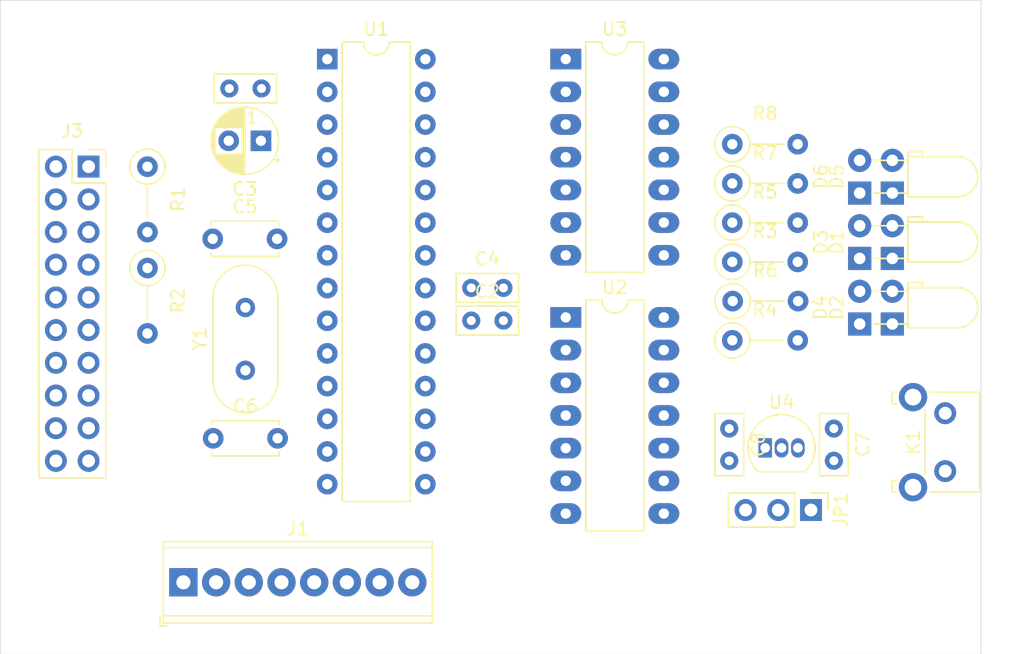
<source format=kicad_pcb>
(kicad_pcb (version 20240108) (generator "pcbnew") (generator_version "8.0")
  (layers (0 "F.Cu" signal) (31 "B.Cu" signal) (34 "B.Paste" user) (35 "F.Paste" user) (36 "B.SilkS" user "B.Silkscreen") (37 "F.SilkS" user "F.Silkscreen") (38 "B.Mask" user) (39 "F.Mask" user) (44 "Edge.Cuts" user))
  (net 0 "")
  (net 1 "/DGND")
  (net 2 "/DVCC")
  (net 3 "/AGND")
  (net 4 "/AVCC")
  (net 5 "Net-(U1-AREF)")
  (net 6 "Net-(U1-XTAL1{slash}PB6)")
  (net 7 "Net-(U1-XTAL2{slash}PB7)")
  (net 8 "Net-(D1-K)")
  (net 9 "Net-(D1-A)")
  (net 10 "Net-(D2-K)")
  (net 11 "Net-(D2-A)")
  (net 12 "Net-(D3-A)")
  (net 13 "Net-(D3-K)")
  (net 14 "Net-(D4-A)")
  (net 15 "Net-(D4-K)")
  (net 16 "Net-(D5-A)")
  (net 17 "Net-(D5-K)")
  (net 18 "Net-(D6-A)")
  (net 19 "Net-(D6-K)")
  (net 20 "/LVCC")
  (net 21 "/GPIO15")
  (net 22 "/GPIO16")
  (net 23 "/GPIO17")
  (net 24 "/GPIO5")
  (net 25 "/GPIO4")
  (net 26 "/GPIO7")
  (net 27 "/GPIO14")
  (net 28 "/GPIO6")
  (net 29 "/~{RESET}")
  (net 30 "/MISO")
  (net 31 "/MOSI")
  (net 32 "/SCK")
  (net 33 "/SDA")
  (net 34 "/RXDI")
  (net 35 "/~{SINT}")
  (net 36 "/~{IINT}")
  (net 37 "/TXDO")
  (net 38 "/~{SS}")
  (net 39 "/~{DCD}")
  (net 40 "/SCL")
  (net 44 "/~{RTS}")
  (net 45 "Net-(JP1-B)")
  (footprint "Resistor_THT:R_Axial_DIN0207_L6.3mm_D2.5mm_P5.08mm_Vertical" (layer "F.Cu") (at 123.43 57.917)
    (property "Reference" "R3" (at 2.54 -2.37 0) (layer "F.SilkS"))
    (property "Value" "*1")
    (pad "1" thru_hole circle (at 0 0) (size 1.6 1.6) (drill 0.8) (layers "*.Cu" "*.Mask") (net 20 "/LVCC"))
    (pad "2" thru_hole oval (at 5.08 0) (size 1.6 1.6) (drill 0.8) (layers "*.Cu" "*.Mask") (net 9 "Net-(D1-A)"))
  )
  (footprint "LED_THT:LED_D3.0mm_Horizontal_O1.27mm_Z2.0mm" (layer "F.Cu") (at 135.864001 57.649959 90)
    (property "Reference" "D1" (at 1.27 -4.318 90) (layer "F.SilkS"))
    (property "Value" "*2")
    (pad "1" thru_hole rect (at 0 0 90) (size 1.8 1.8) (drill 0.9) (layers "*.Cu" "*.Mask") (net 8 "Net-(D1-K)"))
    (pad "2" thru_hole circle (at 2.54 0 90) (size 1.8 1.8) (drill 0.9) (layers "*.Cu" "*.Mask") (net 9 "Net-(D1-A)"))
  )
  (footprint "LED_THT:LED_D3.0mm_Horizontal_O1.27mm_Z2.0mm" (layer "F.Cu") (at 135.864001 52.569959 90)
    (property "Reference" "D5" (at 1.27 -4.318 90) (layer "F.SilkS"))
    (property "Value" "*2")
    (pad "1" thru_hole rect (at 0 0 90) (size 1.8 1.8) (drill 0.9) (layers "*.Cu" "*.Mask") (net 17 "Net-(D5-K)"))
    (pad "2" thru_hole circle (at 2.54 0 90) (size 1.8 1.8) (drill 0.9) (layers "*.Cu" "*.Mask") (net 16 "Net-(D5-A)"))
  )
  (footprint "TerminalBlock_Phoenix:TerminalBlock_Phoenix_MPT-0,5-8-2.54_1x08_P2.54mm_Horizontal" (layer "F.Cu") (at 80.787 82.809)
    (property "Reference" "J1" (at 8.89 -4.16 0) (layer "F.SilkS"))
    (property "Value" "GPIO")
    (pad "1" thru_hole rect (at 0 0) (size 2.2 2.2) (drill 1.1) (layers "*.Cu" "*.Mask") (net 27 "/GPIO14"))
    (pad "2" thru_hole circle (at 2.54 0) (size 2.2 2.2) (drill 1.1) (layers "*.Cu" "*.Mask") (net 21 "/GPIO15"))
    (pad "3" thru_hole circle (at 5.08 0) (size 2.2 2.2) (drill 1.1) (layers "*.Cu" "*.Mask") (net 22 "/GPIO16"))
    (pad "4" thru_hole circle (at 7.62 0) (size 2.2 2.2) (drill 1.1) (layers "*.Cu" "*.Mask") (net 23 "/GPIO17"))
    (pad "5" thru_hole circle (at 10.16 0) (size 2.2 2.2) (drill 1.1) (layers "*.Cu" "*.Mask") (net 25 "/GPIO4"))
    (pad "6" thru_hole circle (at 12.7 0) (size 2.2 2.2) (drill 1.1) (layers "*.Cu" "*.Mask") (net 24 "/GPIO5"))
    (pad "7" thru_hole circle (at 15.24 0) (size 2.2 2.2) (drill 1.1) (layers "*.Cu" "*.Mask") (net 28 "/GPIO6"))
    (pad "8" thru_hole circle (at 17.78 0) (size 2.2 2.2) (drill 1.1) (layers "*.Cu" "*.Mask") (net 26 "/GPIO7"))
  )
  (footprint "Resistor_THT:R_Axial_DIN0207_L6.3mm_D2.5mm_P5.08mm_Vertical" (layer "F.Cu") (at 123.43 48.773)
    (property "Reference" "R8" (at 2.54 -2.37 0) (layer "F.SilkS"))
    (property "Value" "*1")
    (pad "1" thru_hole circle (at 0 0) (size 1.6 1.6) (drill 0.8) (layers "*.Cu" "*.Mask") (net 20 "/LVCC"))
    (pad "2" thru_hole oval (at 5.08 0) (size 1.6 1.6) (drill 0.8) (layers "*.Cu" "*.Mask") (net 18 "Net-(D6-A)"))
  )
  (footprint "MountingHole:MountingHole_3.2mm_M3_ISO7380" (layer "F.Cu") (at 72.151 43.185)
    (property "Reference" "H1" (hide yes))
    (property "Value" "UI")
    (pad "" np_thru_hole circle (at 0 0) (size 3.2 3.2) (drill 3.2) (layers "*.Cu" "*.Mask"))
  )
  (footprint "MountingHole:MountingHole_3.2mm_M3_ISO7380" (layer "F.Cu") (at 137.175 43.185)
    (property "Reference" "H3" (hide yes))
    (property "Value" "BUS")
    (pad "" np_thru_hole circle (at 0 0) (size 3.2 3.2) (drill 3.2) (layers "*.Cu" "*.Mask"))
  )
  (footprint "Capacitor_THT:C_Rect_L4.6mm_W2.0mm_P2.50mm_MKS02_FKP02" (layer "F.Cu") (at 131.318 70.866 -90)
    (property "Reference" "C7" (at 1.25 -2.25 90) (layer "F.SilkS"))
    (property "Value" "330nF")
    (pad "1" thru_hole circle (at 0 0 270) (size 1.4 1.4) (drill 0.7) (layers "*.Cu" "*.Mask") (net 2 "/DVCC"))
    (pad "2" thru_hole circle (at 2.5 0 270) (size 1.4 1.4) (drill 0.7) (layers "*.Cu" "*.Mask") (net 1 "/DGND"))
  )
  (footprint "Resistor_THT:R_Axial_DIN0207_L6.3mm_D2.5mm_P5.08mm_Vertical" (layer "F.Cu") (at 77.993 50.522 -90)
    (property "Reference" "R1" (at 2.54 -2.37 90) (layer "F.SilkS"))
    (property "Value" "1K")
    (pad "1" thru_hole circle (at 0 0 270) (size 1.6 1.6) (drill 0.8) (layers "*.Cu" "*.Mask") (net 2 "/DVCC"))
    (pad "2" thru_hole oval (at 5.08 0 270) (size 1.6 1.6) (drill 0.8) (layers "*.Cu" "*.Mask") (net 33 "/SDA"))
  )
  (footprint "LED_THT:LED_D3.0mm_Horizontal_O3.81mm_Z6.0mm" (layer "F.Cu") (at 133.324001 57.649959 90)
    (property "Reference" "D3" (at 1.27 -3.007 90) (layer "F.SilkS"))
    (property "Value" "*2")
    (pad "1" thru_hole rect (at 0 0 90) (size 1.8 1.8) (drill 0.9) (layers "*.Cu" "*.Mask") (net 13 "Net-(D3-K)"))
    (pad "2" thru_hole circle (at 2.54 0 90) (size 1.8 1.8) (drill 0.9) (layers "*.Cu" "*.Mask") (net 12 "Net-(D3-A)"))
  )
  (footprint "MountingHole:MountingHole_3.2mm_M3_ISO7380" (layer "F.Cu") (at 72.151 82.809)
    (property "Reference" "H2" (hide yes))
    (property "Value" "UI")
    (pad "" np_thru_hole circle (at 0 0) (size 3.2 3.2) (drill 3.2) (layers "*.Cu" "*.Mask"))
  )
  (footprint "Resistor_THT:R_Axial_DIN0207_L6.3mm_D2.5mm_P5.08mm_Vertical" (layer "F.Cu") (at 77.993 58.396 -90)
    (property "Reference" "R2" (at 2.54 -2.37 90) (layer "F.SilkS"))
    (property "Value" "1K")
    (pad "1" thru_hole circle (at 0 0 270) (size 1.6 1.6) (drill 0.8) (layers "*.Cu" "*.Mask") (net 2 "/DVCC"))
    (pad "2" thru_hole oval (at 5.08 0 270) (size 1.6 1.6) (drill 0.8) (layers "*.Cu" "*.Mask") (net 40 "/SCL"))
  )
  (footprint "Package_TO_SOT_THT:TO-92_Inline" (layer "F.Cu") (at 125.984 72.37)
    (property "Reference" "U4" (at 1.27 -3.56 0) (layer "F.SilkS"))
    (property "Value" "L78L33_TO92")
    (pad "1" thru_hole rect (at 0 0) (size 1.05 1.5) (drill 0.75) (layers "*.Cu" "*.Mask") (net 45 "Net-(JP1-B)"))
    (pad "2" thru_hole oval (at 1.27 0) (size 1.05 1.5) (drill 0.75) (layers "*.Cu" "*.Mask") (net 1 "/DGND"))
    (pad "3" thru_hole oval (at 2.54 0) (size 1.05 1.5) (drill 0.75) (layers "*.Cu" "*.Mask") (net 2 "/DVCC"))
  )
  (footprint "Package_DIP:DIP-14_W7.62mm_LongPads" (layer "F.Cu") (at 110.49 62.23)
    (property "Reference" "U2" (at 3.81 -2.33 360) (layer "F.SilkS"))
    (property "Value" "74LS06")
    (pad "1" thru_hole rect (at 0 0) (size 2.4 1.6) (drill 0.8) (layers "*.Cu" "*.Mask") (net 32 "/SCK"))
    (pad "2" thru_hole oval (at 0 2.54) (size 2.4 1.6) (drill 0.8) (layers "*.Cu" "*.Mask") (net 8 "Net-(D1-K)"))
    (pad "3" thru_hole oval (at 0 5.08) (size 2.4 1.6) (drill 0.8) (layers "*.Cu" "*.Mask") (net 40 "/SCL"))
    (pad "4" thru_hole oval (at 0 7.62) (size 2.4 1.6) (drill 0.8) (layers "*.Cu" "*.Mask") (net 10 "Net-(D2-K)"))
    (pad "5" thru_hole oval (at 0 10.16) (size 2.4 1.6) (drill 0.8) (layers "*.Cu" "*.Mask"))
    (pad "6" thru_hole oval (at 0 12.7) (size 2.4 1.6) (drill 0.8) (layers "*.Cu" "*.Mask"))
    (pad "7" thru_hole oval (at 0 15.24) (size 2.4 1.6) (drill 0.8) (layers "*.Cu" "*.Mask") (net 1 "/DGND"))
    (pad "8" thru_hole oval (at 7.62 15.24) (size 2.4 1.6) (drill 0.8) (layers "*.Cu" "*.Mask"))
    (pad "9" thru_hole oval (at 7.62 12.7) (size 2.4 1.6) (drill 0.8) (layers "*.Cu" "*.Mask"))
    (pad "10" thru_hole oval (at 7.62 10.16) (size 2.4 1.6) (drill 0.8) (layers "*.Cu" "*.Mask"))
    (pad "11" thru_hole oval (at 7.62 7.62) (size 2.4 1.6) (drill 0.8) (layers "*.Cu" "*.Mask"))
    (pad "12" thru_hole oval (at 7.62 5.08) (size 2.4 1.6) (drill 0.8) (layers "*.Cu" "*.Mask"))
    (pad "13" thru_hole oval (at 7.62 2.54) (size 2.4 1.6) (drill 0.8) (layers "*.Cu" "*.Mask"))
    (pad "14" thru_hole oval (at 7.62 0) (size 2.4 1.6) (drill 0.8) (layers "*.Cu" "*.Mask") (net 2 "/DVCC"))
  )
  (footprint "Capacitor_THT:C_Rect_L4.6mm_W2.0mm_P2.50mm_MKS02_FKP02" (layer "F.Cu") (at 103.149 62.479)
    (property "Reference" "C2" (at 1.25 -2.25 0) (layer "F.SilkS"))
    (property "Value" "0.1uF")
    (pad "1" thru_hole circle (at 0 0) (size 1.4 1.4) (drill 0.7) (layers "*.Cu" "*.Mask") (net 4 "/AVCC"))
    (pad "2" thru_hole circle (at 2.5 0) (size 1.4 1.4) (drill 0.7) (layers "*.Cu" "*.Mask") (net 3 "/AGND"))
  )
  (footprint "Connector_PinHeader_2.54mm:PinHeader_1x03_P2.54mm_Vertical" (layer "F.Cu") (at 129.54 77.196 -90)
    (property "Reference" "JP1" (at 0 -2.33 90) (layer "F.SilkS"))
    (property "Value" "LED_VCC")
    (pad "1" thru_hole rect (at 0 0 270) (size 1.7 1.7) (drill 1) (layers "*.Cu" "*.Mask") (net 2 "/DVCC"))
    (pad "2" thru_hole oval (at 0 2.54 270) (size 1.7 1.7) (drill 1) (layers "*.Cu" "*.Mask") (net 20 "/LVCC"))
    (pad "3" thru_hole oval (at 0 5.08 270) (size 1.7 1.7) (drill 1) (layers "*.Cu" "*.Mask") (net 45 "Net-(JP1-B)"))
  )
  (footprint "Package_DIP:DIP-14_W7.62mm_LongPads" (layer "F.Cu") (at 110.49 42.164)
    (property "Reference" "U3" (at 3.81 -2.33 360) (layer "F.SilkS"))
    (property "Value" "74LS07")
    (pad "1" thru_hole rect (at 0 0) (size 2.4 1.6) (drill 0.8) (layers "*.Cu" "*.Mask") (net 35 "/~{SINT}"))
    (pad "2" thru_hole oval (at 0 2.54) (size 2.4 1.6) (drill 0.8) (layers "*.Cu" "*.Mask") (net 13 "Net-(D3-K)"))
    (pad "3" thru_hole oval (at 0 5.08) (size 2.4 1.6) (drill 0.8) (layers "*.Cu" "*.Mask") (net 36 "/~{IINT}"))
    (pad "4" thru_hole oval (at 0 7.62) (size 2.4 1.6) (drill 0.8) (layers "*.Cu" "*.Mask") (net 15 "Net-(D4-K)"))
    (pad "5" thru_hole oval (at 0 10.16) (size 2.4 1.6) (drill 0.8) (layers "*.Cu" "*.Mask") (net 44 "/~{RTS}"))
    (pad "6" thru_hole oval (at 0 12.7) (size 2.4 1.6) (drill 0.8) (layers "*.Cu" "*.Mask") (net 17 "Net-(D5-K)"))
    (pad "7" thru_hole oval (at 0 15.24) (size 2.4 1.6) (drill 0.8) (layers "*.Cu" "*.Mask") (net 1 "/DGND"))
    (pad "8" thru_hole oval (at 7.62 15.24) (size 2.4 1.6) (drill 0.8) (layers "*.Cu" "*.Mask") (net 19 "Net-(D6-K)"))
    (pad "9" thru_hole oval (at 7.62 12.7) (size 2.4 1.6) (drill 0.8) (layers "*.Cu" "*.Mask") (net 39 "/~{DCD}"))
    (pad "10" thru_hole oval (at 7.62 10.16) (size 2.4 1.6) (drill 0.8) (layers "*.Cu" "*.Mask"))
    (pad "11" thru_hole oval (at 7.62 7.62) (size 2.4 1.6) (drill 0.8) (layers "*.Cu" "*.Mask"))
    (pad "12" thru_hole oval (at 7.62 5.08) (size 2.4 1.6) (drill 0.8) (layers "*.Cu" "*.Mask"))
    (pad "13" thru_hole oval (at 7.62 2.54) (size 2.4 1.6) (drill 0.8) (layers "*.Cu" "*.Mask"))
    (pad "14" thru_hole oval (at 7.62 0) (size 2.4 1.6) (drill 0.8) (layers "*.Cu" "*.Mask") (net 2 "/DVCC"))
  )
  (footprint "LED_THT:LED_D3.0mm_Horizontal_O3.81mm_Z6.0mm" (layer "F.Cu") (at 133.324 62.743 90)
    (property "Reference" "D4" (at 1.283041 -3.047999 90) (layer "F.SilkS"))
    (property "Value" "*2")
    (pad "1" thru_hole rect (at 0 0 90) (size 1.8 1.8) (drill 0.9) (layers "*.Cu" "*.Mask") (net 15 "Net-(D4-K)"))
    (pad "2" thru_hole circle (at 2.54 0 90) (size 1.8 1.8) (drill 0.9) (layers "*.Cu" "*.Mask") (net 14 "Net-(D4-A)"))
  )
  (footprint "Capacitor_THT:C_Rect_L4.6mm_W2.0mm_P2.50mm_MKS02_FKP02" (layer "F.Cu") (at 86.853 44.445 180)
    (property "Reference" "C1" (at 1.25 -2.25 360) (layer "F.SilkS"))
    (property "Value" "0.1uF")
    (pad "1" thru_hole circle (at 0 0 180) (size 1.4 1.4) (drill 0.7) (layers "*.Cu" "*.Mask") (net 2 "/DVCC"))
    (pad "2" thru_hole circle (at 2.5 0 180) (size 1.4 1.4) (drill 0.7) (layers "*.Cu" "*.Mask") (net 1 "/DGND"))
  )
  (footprint "LED_THT:LED_D3.0mm_Horizontal_O1.27mm_Z2.0mm" (layer "F.Cu") (at 135.864 62.743 90)
    (property "Reference" "D2" (at 1.27 -4.317999 90) (layer "F.SilkS"))
    (property "Value" "*2")
    (pad "1" thru_hole rect (at 0 0 90) (size 1.8 1.8) (drill 0.9) (layers "*.Cu" "*.Mask") (net 10 "Net-(D2-K)"))
    (pad "2" thru_hole circle (at 2.54 0 90) (size 1.8 1.8) (drill 0.9) (layers "*.Cu" "*.Mask") (net 11 "Net-(D2-A)"))
  )
  (footprint "Connector_PinSocket_2.54mm:PinSocket_2x10_P2.54mm_Vertical" (layer "F.Cu") (at 73.421 50.517)
    (property "Reference" "J3" (at -1.27 -2.77 0) (layer "F.SilkS"))
    (property "Value" "BUS")
    (pad "1" thru_hole rect (at 0 0) (size 1.7 1.7) (drill 1) (layers "*.Cu" "*.Mask") (net 4 "/AVCC"))
    (pad "2" thru_hole oval (at -2.54 0) (size 1.7 1.7) (drill 1) (layers "*.Cu" "*.Mask") (net 3 "/AGND"))
    (pad "3" thru_hole oval (at 0 2.54) (size 1.7 1.7) (drill 1) (layers "*.Cu" "*.Mask") (net 2 "/DVCC"))
    (pad "4" thru_hole oval (at -2.54 2.54) (size 1.7 1.7) (drill 1) (layers "*.Cu" "*.Mask") (net 1 "/DGND"))
    (pad "5" thru_hole oval (at 0 5.08) (size 1.7 1.7) (drill 1) (layers "*.Cu" "*.Mask") (net 29 "/~{RESET}"))
    (pad "6" thru_hole oval (at -2.54 5.08) (size 1.7 1.7) (drill 1) (layers "*.Cu" "*.Mask"))
    (pad "7" thru_hole oval (at 0 7.62) (size 1.7 1.7) (drill 1) (layers "*.Cu" "*.Mask") (net 31 "/MOSI"))
    (pad "8" thru_hole oval (at -2.54 7.62) (size 1.7 1.7) (drill 1) (layers "*.Cu" "*.Mask") (net 30 "/MISO"))
    (pad "9" thru_hole oval (at 0 10.16) (size 1.7 1.7) (drill 1) (layers "*.Cu" "*.Mask") (net 32 "/SCK"))
    (pad "10" thru_hole oval (at -2.54 10.16) (size 1.7 1.7) (drill 1) (layers "*.Cu" "*.Mask") (net 38 "/~{SS}"))
    (pad "11" thru_hole oval (at 0 12.7) (size 1.7 1.7) (drill 1) (layers "*.Cu" "*.Mask") (net 35 "/~{SINT}"))
    (pad "12" thru_hole oval (at -2.54 12.7) (size 1.7 1.7) (drill 1) (layers "*.Cu" "*.Mask"))
    (pad "13" thru_hole oval (at 0 15.24) (size 1.7 1.7) (drill 1) (layers "*.Cu" "*.Mask") (net 33 "/SDA"))
    (pad "14" thru_hole oval (at -2.54 15.24) (size 1.7 1.7) (drill 1) (layers "*.Cu" "*.Mask") (net 40 "/SCL"))
    (pad "15" thru_hole oval (at 0 17.78) (size 1.7 1.7) (drill 1) (layers "*.Cu" "*.Mask") (net 36 "/~{IINT}"))
    (pad "16" thru_hole oval (at -2.54 17.78) (size 1.7 1.7) (drill 1) (layers "*.Cu" "*.Mask"))
    (pad "17" thru_hole oval (at 0 20.32) (size 1.7 1.7) (drill 1) (layers "*.Cu" "*.Mask") (net 34 "/RXDI"))
    (pad "18" thru_hole oval (at -2.54 20.32) (size 1.7 1.7) (drill 1) (layers "*.Cu" "*.Mask") (net 37 "/TXDO"))
    (pad "19" thru_hole oval (at 0 22.86) (size 1.7 1.7) (drill 1) (layers "*.Cu" "*.Mask") (net 44 "/~{RTS}"))
    (pad "20" thru_hole oval (at -2.54 22.86) (size 1.7 1.7) (drill 1) (layers "*.Cu" "*.Mask") (net 39 "/~{DCD}"))
  )
  (footprint "Resistor_THT:R_Axial_DIN0207_L6.3mm_D2.5mm_P5.08mm_Vertical" (layer "F.Cu") (at 123.43 51.821)
    (property "Reference" "R7" (at 2.54 -2.37 0) (layer "F.SilkS"))
    (property "Value" "*1")
    (pad "1" thru_hole circle (at 0 0) (size 1.6 1.6) (drill 0.8) (layers "*.Cu" "*.Mask") (net 20 "/LVCC"))
    (pad "2" thru_hole oval (at 5.08 0) (size 1.6 1.6) (drill 0.8) (layers "*.Cu" "*.Mask") (net 16 "Net-(D5-A)"))
  )
  (footprint "Resistor_THT:R_Axial_DIN0207_L6.3mm_D2.5mm_P5.08mm_Vertical" (layer "F.Cu") (at 123.43 64.013)
    (property "Reference" "R4" (at 2.54 -2.37 0) (layer "F.SilkS"))
    (property "Value" "*1")
    (pad "1" thru_hole circle (at 0 0) (size 1.6 1.6) (drill 0.8) (layers "*.Cu" "*.Mask") (net 20 "/LVCC"))
    (pad "2" thru_hole oval (at 5.08 0) (size 1.6 1.6) (drill 0.8) (layers "*.Cu" "*.Mask") (net 11 "Net-(D2-A)"))
  )
  (footprint "Crystal:Crystal_HC49-4H_Vertical" (layer "F.Cu") (at 85.603 66.343 90)
    (property "Reference" "Y1" (at 2.44 -3.525 90) (layer "F.SilkS"))
    (property "Value" "7.3728 MHz")
    (pad "1" thru_hole circle (at 0 0 90) (size 1.5 1.5) (drill 0.8) (layers "*.Cu" "*.Mask") (net 7 "Net-(U1-XTAL2{slash}PB7)"))
    (pad "2" thru_hole circle (at 4.88 0 90) (size 1.5 1.5) (drill 0.8) (layers "*.Cu" "*.Mask") (net 6 "Net-(U1-XTAL1{slash}PB6)"))
  )
  (footprint "LED_THT:LED_D3.0mm_Horizontal_O3.81mm_Z6.0mm" (layer "F.Cu") (at 133.324001 52.569959 90)
    (property "Reference" "D6" (at 1.27 -3.006999 90) (layer "F.SilkS"))
    (property "Value" "*2")
    (pad "1" thru_hole rect (at 0 0 90) (size 1.8 1.8) (drill 0.9) (layers "*.Cu" "*.Mask") (net 19 "Net-(D6-K)"))
    (pad "2" thru_hole circle (at 2.54 0 90) (size 1.8 1.8) (drill 0.9) (layers "*.Cu" "*.Mask") (net 18 "Net-(D6-A)"))
  )
  (footprint "Capacitor_THT:C_Disc_D5.0mm_W2.5mm_P5.00mm" (layer "F.Cu") (at 83.103 71.623)
    (property "Reference" "C6" (at 2.5 -2.5 0) (layer "F.SilkS"))
    (property "Value" "20pF")
    (pad "1" thru_hole circle (at 0 0) (size 1.6 1.6) (drill 0.8) (layers "*.Cu" "*.Mask") (net 7 "Net-(U1-XTAL2{slash}PB7)"))
    (pad "2" thru_hole circle (at 5 0) (size 1.6 1.6) (drill 0.8) (layers "*.Cu" "*.Mask") (net 1 "/DGND"))
  )
  (footprint "Capacitor_THT:CP_Radial_D5.0mm_P2.50mm" (layer "F.Cu") (at 86.808112 48.509 180)
    (property "Reference" "C3" (at 1.25 -3.75 360) (layer "F.SilkS"))
    (property "Value" "4.7uF")
    (pad "1" thru_hole rect (at 0 0 180) (size 1.6 1.6) (drill 0.8) (layers "*.Cu" "*.Mask") (net 2 "/DVCC"))
    (pad "2" thru_hole circle (at 2.5 0 180) (size 1.6 1.6) (drill 0.8) (layers "*.Cu" "*.Mask") (net 1 "/DGND"))
  )
  (footprint "Resistor_THT:R_Axial_DIN0207_L6.3mm_D2.5mm_P5.08mm_Vertical" (layer "F.Cu") (at 123.43 54.869)
    (property "Reference" "R5" (at 2.54 -2.37 0) (layer "F.SilkS"))
    (property "Value" "*1")
    (pad "1" thru_hole circle (at 0 0) (size 1.6 1.6) (drill 0.8) (layers "*.Cu" "*.Mask") (net 20 "/LVCC"))
    (pad "2" thru_hole oval (at 5.08 0) (size 1.6 1.6) (drill 0.8) (layers "*.Cu" "*.Mask") (net 12 "Net-(D3-A)"))
  )
  (footprint "Resistor_THT:R_Axial_DIN0207_L6.3mm_D2.5mm_P5.08mm_Vertical" (layer "F.Cu") (at 123.459 60.965)
    (property "Reference" "R6" (at 2.54 -2.37 0) (layer "F.SilkS"))
    (property "Value" "*1")
    (pad "1" thru_hole circle (at 0 0) (size 1.6 1.6) (drill 0.8) (layers "*.Cu" "*.Mask") (net 20 "/LVCC"))
    (pad "2" thru_hole oval (at 5.08 0) (size 1.6 1.6) (drill 0.8) (layers "*.Cu" "*.Mask") (net 14 "Net-(D4-A)"))
  )
  (footprint "Capacitor_THT:C_Rect_L4.6mm_W2.0mm_P2.50mm_MKS02_FKP02" (layer "F.Cu") (at 103.149 59.939)
    (property "Reference" "C4" (at 1.25 -2.25 0) (layer "F.SilkS"))
    (property "Value" "0.1uF")
    (pad "1" thru_hole circle (at 0 0) (size 1.4 1.4) (drill 0.7) (layers "*.Cu" "*.Mask") (net 5 "Net-(U1-AREF)"))
    (pad "2" thru_hole circle (at 2.5 0) (size 1.4 1.4) (drill 0.7) (layers "*.Cu" "*.Mask") (net 3 "/AGND"))
  )
  (footprint "Button_Switch_THT:SW_Tactile_SKHH_Angled" (layer "F.Cu") (at 139.969 69.673 -90)
    (property "Reference" "K1" (at 2.25 2.5 90) (layer "F.SilkS"))
    (property "Value" "RESET")
    (pad "" thru_hole circle (at -1.25 2.5 90) (size 2.2 2.2) (drill 1.3) (layers "*.Cu" "*.Mask"))
    (pad "" thru_hole circle (at 5.75 2.5 90) (size 2.2 2.2) (drill 1.3) (layers "*.Cu" "*.Mask"))
    (pad "1" thru_hole circle (at 0 0 90) (size 1.7 1.7) (drill 1) (layers "*.Cu" "*.Mask") (net 29 "/~{RESET}"))
    (pad "2" thru_hole circle (at 4.5 0 90) (size 1.7 1.7) (drill 1) (layers "*.Cu" "*.Mask") (net 1 "/DGND"))
  )
  (footprint "Package_DIP:DIP-28_W7.62mm" (layer "F.Cu") (at 91.963 42.169)
    (property "Reference" "U1" (at 3.81 -2.33 0) (layer "F.SilkS"))
    (property "Value" "ATmega328P-P")
    (pad "1" thru_hole rect (at 0 0) (size 1.6 1.6) (drill 0.8) (layers "*.Cu" "*.Mask") (net 29 "/~{RESET}"))
    (pad "2" thru_hole oval (at 0 2.54) (size 1.6 1.6) (drill 0.8) (layers "*.Cu" "*.Mask") (net 34 "/RXDI"))
    (pad "3" thru_hole oval (at 0 5.08) (size 1.6 1.6) (drill 0.8) (layers "*.Cu" "*.Mask") (net 37 "/TXDO"))
    (pad "4" thru_hole oval (at 0 7.62) (size 1.6 1.6) (drill 0.8) (layers "*.Cu" "*.Mask") (net 35 "/~{SINT}"))
    (pad "5" thru_hole oval (at 0 10.16) (size 1.6 1.6) (drill 0.8) (layers "*.Cu" "*.Mask") (net 36 "/~{IINT}"))
    (pad "6" thru_hole oval (at 0 12.7) (size 1.6 1.6) (drill 0.8) (layers "*.Cu" "*.Mask") (net 25 "/GPIO4"))
    (pad "7" thru_hole oval (at 0 15.24) (size 1.6 1.6) (drill 0.8) (layers "*.Cu" "*.Mask") (net 2 "/DVCC"))
    (pad "8" thru_hole oval (at 0 17.78) (size 1.6 1.6) (drill 0.8) (layers "*.Cu" "*.Mask") (net 1 "/DGND"))
    (pad "9" thru_hole oval (at 0 20.32) (size 1.6 1.6) (drill 0.8) (layers "*.Cu" "*.Mask") (net 6 "Net-(U1-XTAL1{slash}PB6)"))
    (pad "10" thru_hole oval (at 0 22.86) (size 1.6 1.6) (drill 0.8) (layers "*.Cu" "*.Mask") (net 7 "Net-(U1-XTAL2{slash}PB7)"))
    (pad "11" thru_hole oval (at 0 25.4) (size 1.6 1.6) (drill 0.8) (layers "*.Cu" "*.Mask") (net 24 "/GPIO5"))
    (pad "12" thru_hole oval (at 0 27.94) (size 1.6 1.6) (drill 0.8) (layers "*.Cu" "*.Mask") (net 28 "/GPIO6"))
    (pad "13" thru_hole oval (at 0 30.48) (size 1.6 1.6) (drill 0.8) (layers "*.Cu" "*.Mask") (net 26 "/GPIO7"))
    (pad "14" thru_hole oval (at 0 33.02) (size 1.6 1.6) (drill 0.8) (layers "*.Cu" "*.Mask") (net 44 "/~{RTS}"))
    (pad "15" thru_hole oval (at 7.62 33.02) (size 1.6 1.6) (drill 0.8) (layers "*.Cu" "*.Mask") (net 39 "/~{DCD}"))
    (pad "16" thru_hole oval (at 7.62 30.48) (size 1.6 1.6) (drill 0.8) (layers "*.Cu" "*.Mask") (net 38 "/~{SS}"))
    (pad "17" thru_hole oval (at 7.62 27.94) (size 1.6 1.6) (drill 0.8) (layers "*.Cu" "*.Mask") (net 31 "/MOSI"))
    (pad "18" thru_hole oval (at 7.62 25.4) (size 1.6 1.6) (drill 0.8) (layers "*.Cu" "*.Mask") (net 30 "/MISO"))
    (pad "19" thru_hole oval (at 7.62 22.86) (size 1.6 1.6) (drill 0.8) (layers "*.Cu" "*.Mask") (net 32 "/SCK"))
    (pad "20" thru_hole oval (at 7.62 20.32) (size 1.6 1.6) (drill 0.8) (layers "*.Cu" "*.Mask") (net 4 "/AVCC"))
    (pad "21" thru_hole oval (at 7.62 17.78) (size 1.6 1.6) (drill 0.8) (layers "*.Cu" "*.Mask") (net 5 "Net-(U1-AREF)"))
    (pad "22" thru_hole oval (at 7.62 15.24) (size 1.6 1.6) (drill 0.8) (layers "*.Cu" "*.Mask") (net 1 "/DGND"))
    (pad "23" thru_hole oval (at 7.62 12.7) (size 1.6 1.6) (drill 0.8) (layers "*.Cu" "*.Mask") (net 27 "/GPIO14"))
    (pad "24" thru_hole oval (at 7.62 10.16) (size 1.6 1.6) (drill 0.8) (layers "*.Cu" "*.Mask") (net 21 "/GPIO15"))
    (pad "25" thru_hole oval (at 7.62 7.62) (size 1.6 1.6) (drill 0.8) (layers "*.Cu" "*.Mask") (net 22 "/GPIO16"))
    (pad "26" thru_hole oval (at 7.62 5.08) (size 1.6 1.6) (drill 0.8) (layers "*.Cu" "*.Mask") (net 23 "/GPIO17"))
    (pad "27" thru_hole oval (at 7.62 2.54) (size 1.6 1.6) (drill 0.8) (layers "*.Cu" "*.Mask") (net 33 "/SDA"))
    (pad "28" thru_hole oval (at 7.62 0) (size 1.6 1.6) (drill 0.8) (layers "*.Cu" "*.Mask") (net 40 "/SCL"))
  )
  (footprint "MountingHole:MountingHole_3.2mm_M3_ISO7380" (layer "F.Cu") (at 137.175 82.809)
    (property "Reference" "H4" (hide yes))
    (property "Value" "BUS")
    (pad "" np_thru_hole circle (at 0 0) (size 3.2 3.2) (drill 3.2) (layers "*.Cu" "*.Mask"))
  )
  (footprint "Capacitor_THT:C_Rect_L4.6mm_W2.0mm_P2.50mm_MKS02_FKP02" (layer "F.Cu") (at 123.19 70.866 -90)
    (property "Reference" "C8" (at 1.25 -2.25 90) (layer "F.SilkS"))
    (property "Value" "0.1uF")
    (pad "1" thru_hole circle (at 0 0 270) (size 1.4 1.4) (drill 0.7) (layers "*.Cu" "*.Mask") (net 45 "Net-(JP1-B)"))
    (pad "2" thru_hole circle (at 2.5 0 270) (size 1.4 1.4) (drill 0.7) (layers "*.Cu" "*.Mask") (net 1 "/DGND"))
  )
  (footprint "Capacitor_THT:C_Disc_D5.0mm_W2.5mm_P5.00mm" (layer "F.Cu") (at 83.063 56.129)
    (property "Reference" "C5" (at 2.5 -2.5 0) (layer "F.SilkS"))
    (property "Value" "20pF")
    (pad "1" thru_hole circle (at 0 0) (size 1.6 1.6) (drill 0.8) (layers "*.Cu" "*.Mask") (net 6 "Net-(U1-XTAL1{slash}PB6)"))
    (pad "2" thru_hole circle (at 5 0) (size 1.6 1.6) (drill 0.8) (layers "*.Cu" "*.Mask") (net 1 "/DGND"))
  )
  (gr_line (start 66.563 37.597) (end 142.763 37.597) (stroke (width 0.05)) (layer "Edge.Cuts"))
  (gr_line (start 66.563 88.397) (end 66.563 37.597) (stroke (width 0.05)) (layer "Edge.Cuts"))
  (gr_line (start 142.763 37.597) (end 142.763 88.397) (stroke (width 0.05)) (layer "Edge.Cuts"))
  (gr_line (start 142.763 88.397) (end 66.563 88.397) (stroke (width 0.05)) (layer "Edge.Cuts"))
)
</source>
